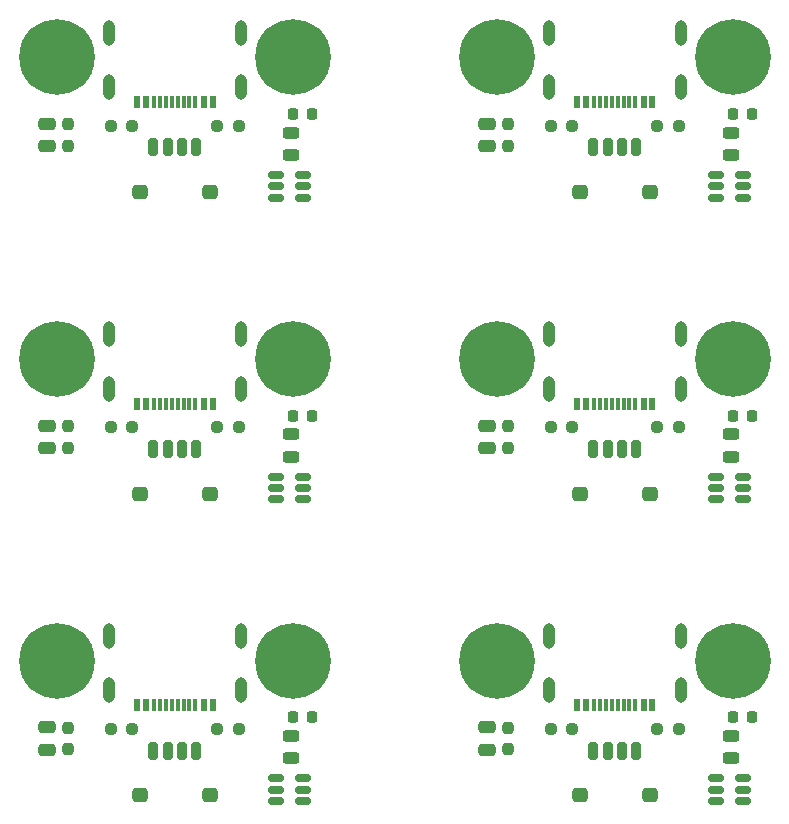
<source format=gbr>
%TF.GenerationSoftware,KiCad,Pcbnew,9.0.5*%
%TF.CreationDate,2025-11-22T18:02:39+08:00*%
%TF.ProjectId,tb2086-usb-c_panelized,74623230-3836-42d7-9573-622d635f7061,rev?*%
%TF.SameCoordinates,Original*%
%TF.FileFunction,Soldermask,Top*%
%TF.FilePolarity,Negative*%
%FSLAX46Y46*%
G04 Gerber Fmt 4.6, Leading zero omitted, Abs format (unit mm)*
G04 Created by KiCad (PCBNEW 9.0.5) date 2025-11-22 18:02:39*
%MOMM*%
%LPD*%
G01*
G04 APERTURE LIST*
G04 Aperture macros list*
%AMRoundRect*
0 Rectangle with rounded corners*
0 $1 Rounding radius*
0 $2 $3 $4 $5 $6 $7 $8 $9 X,Y pos of 4 corners*
0 Add a 4 corners polygon primitive as box body*
4,1,4,$2,$3,$4,$5,$6,$7,$8,$9,$2,$3,0*
0 Add four circle primitives for the rounded corners*
1,1,$1+$1,$2,$3*
1,1,$1+$1,$4,$5*
1,1,$1+$1,$6,$7*
1,1,$1+$1,$8,$9*
0 Add four rect primitives between the rounded corners*
20,1,$1+$1,$2,$3,$4,$5,0*
20,1,$1+$1,$4,$5,$6,$7,0*
20,1,$1+$1,$6,$7,$8,$9,0*
20,1,$1+$1,$8,$9,$2,$3,0*%
G04 Aperture macros list end*
%ADD10RoundRect,0.237500X0.237500X-0.250000X0.237500X0.250000X-0.237500X0.250000X-0.237500X-0.250000X0*%
%ADD11RoundRect,0.150000X-0.512500X-0.150000X0.512500X-0.150000X0.512500X0.150000X-0.512500X0.150000X0*%
%ADD12RoundRect,0.237500X-0.250000X-0.237500X0.250000X-0.237500X0.250000X0.237500X-0.250000X0.237500X0*%
%ADD13C,0.800000*%
%ADD14C,6.400000*%
%ADD15RoundRect,0.225000X0.225000X0.250000X-0.225000X0.250000X-0.225000X-0.250000X0.225000X-0.250000X0*%
%ADD16RoundRect,0.243750X0.456250X-0.243750X0.456250X0.243750X-0.456250X0.243750X-0.456250X-0.243750X0*%
%ADD17RoundRect,0.200000X-0.200000X-0.550000X0.200000X-0.550000X0.200000X0.550000X-0.200000X0.550000X0*%
%ADD18RoundRect,0.312500X-0.337500X-0.312500X0.337500X-0.312500X0.337500X0.312500X-0.337500X0.312500X0*%
%ADD19R,0.558800X1.092200*%
%ADD20R,0.304800X1.092200*%
%ADD21O,1.016000X2.159000*%
%ADD22RoundRect,0.250000X0.475000X-0.250000X0.475000X0.250000X-0.475000X0.250000X-0.475000X-0.250000X0*%
%ADD23RoundRect,0.237500X0.250000X0.237500X-0.250000X0.237500X-0.250000X-0.237500X0.250000X-0.237500X0*%
G04 APERTURE END LIST*
D10*
%TO.C,R1*%
X47825000Y-42372500D03*
X47825000Y-40547500D03*
%TD*%
D11*
%TO.C,U1*%
X28237500Y-44830000D03*
X28237500Y-45780000D03*
X28237500Y-46730000D03*
X30512500Y-46730000D03*
X30512500Y-45780000D03*
X30512500Y-44830000D03*
%TD*%
D12*
%TO.C,R2*%
X23212500Y-15120000D03*
X25037500Y-15120000D03*
%TD*%
D13*
%TO.C,H2*%
X27225000Y-60399900D03*
X27927944Y-58702844D03*
X27927944Y-62096956D03*
X29625000Y-57999900D03*
D14*
X29625000Y-60399900D03*
D13*
X29625000Y-62799900D03*
X31322056Y-58702844D03*
X31322056Y-62096956D03*
X32025000Y-60399900D03*
%TD*%
D15*
%TO.C,C2*%
X31225000Y-14120000D03*
X29675000Y-14120000D03*
%TD*%
D13*
%TO.C,H2*%
X64475000Y-9319900D03*
X65177944Y-7622844D03*
X65177944Y-11016956D03*
X66875000Y-6919900D03*
D14*
X66875000Y-9319900D03*
D13*
X66875000Y-11719900D03*
X68572056Y-7622844D03*
X68572056Y-11016956D03*
X69275000Y-9319900D03*
%TD*%
D12*
%TO.C,R2*%
X23212500Y-66200000D03*
X25037500Y-66200000D03*
%TD*%
%TO.C,R2*%
X60462500Y-40660000D03*
X62287500Y-40660000D03*
%TD*%
D16*
%TO.C,F1*%
X29475000Y-17577500D03*
X29475000Y-15702500D03*
%TD*%
D10*
%TO.C,R1*%
X10575000Y-67912500D03*
X10575000Y-66087500D03*
%TD*%
D16*
%TO.C,F1*%
X66725000Y-17577500D03*
X66725000Y-15702500D03*
%TD*%
%TO.C,F1*%
X29475000Y-43117500D03*
X29475000Y-41242500D03*
%TD*%
D17*
%TO.C,J1*%
X17825000Y-42484900D03*
X19025000Y-42484900D03*
X20225000Y-42484900D03*
X21425000Y-42484900D03*
D18*
X16675000Y-46259900D03*
X22575000Y-46259900D03*
%TD*%
D16*
%TO.C,F1*%
X66725000Y-68657500D03*
X66725000Y-66782500D03*
%TD*%
D13*
%TO.C,H2*%
X27225000Y-9319900D03*
X27927944Y-7622844D03*
X27927944Y-11016956D03*
X29625000Y-6919900D03*
D14*
X29625000Y-9319900D03*
D13*
X29625000Y-11719900D03*
X31322056Y-7622844D03*
X31322056Y-11016956D03*
X32025000Y-9319900D03*
%TD*%
D19*
%TO.C,USB1*%
X60075001Y-64189801D03*
X59325000Y-64189801D03*
D20*
X58125000Y-64189801D03*
X57125000Y-64189801D03*
X56625000Y-64189801D03*
X55625000Y-64189801D03*
D19*
X53674999Y-64189801D03*
X54425000Y-64189801D03*
D20*
X55125001Y-64189801D03*
X56124999Y-64189801D03*
X57625001Y-64189801D03*
X58624999Y-64189801D03*
D21*
X62450000Y-62909800D03*
X62450000Y-58309800D03*
X51300000Y-62909800D03*
X51300000Y-58309800D03*
%TD*%
D22*
%TO.C,C1*%
X8775000Y-16870000D03*
X8775000Y-14970000D03*
%TD*%
D15*
%TO.C,C2*%
X68475000Y-65200000D03*
X66925000Y-65200000D03*
%TD*%
%TO.C,C2*%
X68475000Y-14120000D03*
X66925000Y-14120000D03*
%TD*%
D22*
%TO.C,C1*%
X46025000Y-16870000D03*
X46025000Y-14970000D03*
%TD*%
D19*
%TO.C,USB1*%
X22825001Y-13109801D03*
X22075000Y-13109801D03*
D20*
X20875000Y-13109801D03*
X19875000Y-13109801D03*
X19375000Y-13109801D03*
X18375000Y-13109801D03*
D19*
X16424999Y-13109801D03*
X17175000Y-13109801D03*
D20*
X17875001Y-13109801D03*
X18874999Y-13109801D03*
X20375001Y-13109801D03*
X21374999Y-13109801D03*
D21*
X25200000Y-11829800D03*
X25200000Y-7229800D03*
X14050000Y-11829800D03*
X14050000Y-7229800D03*
%TD*%
D10*
%TO.C,R1*%
X10575000Y-42372500D03*
X10575000Y-40547500D03*
%TD*%
D13*
%TO.C,H2*%
X64475000Y-60399900D03*
X65177944Y-58702844D03*
X65177944Y-62096956D03*
X66875000Y-57999900D03*
D14*
X66875000Y-60399900D03*
D13*
X66875000Y-62799900D03*
X68572056Y-58702844D03*
X68572056Y-62096956D03*
X69275000Y-60399900D03*
%TD*%
D10*
%TO.C,R1*%
X10575000Y-16832500D03*
X10575000Y-15007500D03*
%TD*%
D11*
%TO.C,U1*%
X65487500Y-44830000D03*
X65487500Y-45780000D03*
X65487500Y-46730000D03*
X67762500Y-46730000D03*
X67762500Y-45780000D03*
X67762500Y-44830000D03*
%TD*%
D23*
%TO.C,R3*%
X53287500Y-40660000D03*
X51462500Y-40660000D03*
%TD*%
D17*
%TO.C,J1*%
X55075000Y-42484900D03*
X56275000Y-42484900D03*
X57475000Y-42484900D03*
X58675000Y-42484900D03*
D18*
X53925000Y-46259900D03*
X59825000Y-46259900D03*
%TD*%
D23*
%TO.C,R3*%
X53287500Y-15120000D03*
X51462500Y-15120000D03*
%TD*%
D13*
%TO.C,H1*%
X7225000Y-9319900D03*
X7927944Y-7622844D03*
X7927944Y-11016956D03*
X9625000Y-6919900D03*
D14*
X9625000Y-9319900D03*
D13*
X9625000Y-11719900D03*
X11322056Y-7622844D03*
X11322056Y-11016956D03*
X12025000Y-9319900D03*
%TD*%
D11*
%TO.C,U1*%
X65487500Y-19290000D03*
X65487500Y-20240000D03*
X65487500Y-21190000D03*
X67762500Y-21190000D03*
X67762500Y-20240000D03*
X67762500Y-19290000D03*
%TD*%
D13*
%TO.C,H1*%
X44475000Y-34859900D03*
X45177944Y-33162844D03*
X45177944Y-36556956D03*
X46875000Y-32459900D03*
D14*
X46875000Y-34859900D03*
D13*
X46875000Y-37259900D03*
X48572056Y-33162844D03*
X48572056Y-36556956D03*
X49275000Y-34859900D03*
%TD*%
D11*
%TO.C,U1*%
X28237500Y-70370000D03*
X28237500Y-71320000D03*
X28237500Y-72270000D03*
X30512500Y-72270000D03*
X30512500Y-71320000D03*
X30512500Y-70370000D03*
%TD*%
D10*
%TO.C,R1*%
X47825000Y-16832500D03*
X47825000Y-15007500D03*
%TD*%
D12*
%TO.C,R2*%
X60462500Y-66200000D03*
X62287500Y-66200000D03*
%TD*%
D17*
%TO.C,J1*%
X17825000Y-68024900D03*
X19025000Y-68024900D03*
X20225000Y-68024900D03*
X21425000Y-68024900D03*
D18*
X16675000Y-71799900D03*
X22575000Y-71799900D03*
%TD*%
D17*
%TO.C,J1*%
X17825000Y-16944900D03*
X19025000Y-16944900D03*
X20225000Y-16944900D03*
X21425000Y-16944900D03*
D18*
X16675000Y-20719900D03*
X22575000Y-20719900D03*
%TD*%
D17*
%TO.C,J1*%
X55075000Y-68024900D03*
X56275000Y-68024900D03*
X57475000Y-68024900D03*
X58675000Y-68024900D03*
D18*
X53925000Y-71799900D03*
X59825000Y-71799900D03*
%TD*%
D12*
%TO.C,R2*%
X60462500Y-15120000D03*
X62287500Y-15120000D03*
%TD*%
D23*
%TO.C,R3*%
X16037500Y-40660000D03*
X14212500Y-40660000D03*
%TD*%
D22*
%TO.C,C1*%
X8775000Y-42410000D03*
X8775000Y-40510000D03*
%TD*%
D19*
%TO.C,USB1*%
X60075001Y-38649801D03*
X59325000Y-38649801D03*
D20*
X58125000Y-38649801D03*
X57125000Y-38649801D03*
X56625000Y-38649801D03*
X55625000Y-38649801D03*
D19*
X53674999Y-38649801D03*
X54425000Y-38649801D03*
D20*
X55125001Y-38649801D03*
X56124999Y-38649801D03*
X57625001Y-38649801D03*
X58624999Y-38649801D03*
D21*
X62450000Y-37369800D03*
X62450000Y-32769800D03*
X51300000Y-37369800D03*
X51300000Y-32769800D03*
%TD*%
D15*
%TO.C,C2*%
X31225000Y-65200000D03*
X29675000Y-65200000D03*
%TD*%
D23*
%TO.C,R3*%
X53287500Y-66200000D03*
X51462500Y-66200000D03*
%TD*%
D11*
%TO.C,U1*%
X28237500Y-19290000D03*
X28237500Y-20240000D03*
X28237500Y-21190000D03*
X30512500Y-21190000D03*
X30512500Y-20240000D03*
X30512500Y-19290000D03*
%TD*%
D10*
%TO.C,R1*%
X47825000Y-67912500D03*
X47825000Y-66087500D03*
%TD*%
D13*
%TO.C,H1*%
X7225000Y-34859900D03*
X7927944Y-33162844D03*
X7927944Y-36556956D03*
X9625000Y-32459900D03*
D14*
X9625000Y-34859900D03*
D13*
X9625000Y-37259900D03*
X11322056Y-33162844D03*
X11322056Y-36556956D03*
X12025000Y-34859900D03*
%TD*%
D22*
%TO.C,C1*%
X46025000Y-42410000D03*
X46025000Y-40510000D03*
%TD*%
%TO.C,C1*%
X8775000Y-67950000D03*
X8775000Y-66050000D03*
%TD*%
D17*
%TO.C,J1*%
X55075000Y-16944900D03*
X56275000Y-16944900D03*
X57475000Y-16944900D03*
X58675000Y-16944900D03*
D18*
X53925000Y-20719900D03*
X59825000Y-20719900D03*
%TD*%
D23*
%TO.C,R3*%
X16037500Y-66200000D03*
X14212500Y-66200000D03*
%TD*%
D19*
%TO.C,USB1*%
X22825001Y-64189801D03*
X22075000Y-64189801D03*
D20*
X20875000Y-64189801D03*
X19875000Y-64189801D03*
X19375000Y-64189801D03*
X18375000Y-64189801D03*
D19*
X16424999Y-64189801D03*
X17175000Y-64189801D03*
D20*
X17875001Y-64189801D03*
X18874999Y-64189801D03*
X20375001Y-64189801D03*
X21374999Y-64189801D03*
D21*
X25200000Y-62909800D03*
X25200000Y-58309800D03*
X14050000Y-62909800D03*
X14050000Y-58309800D03*
%TD*%
D13*
%TO.C,H2*%
X27225000Y-34859900D03*
X27927944Y-33162844D03*
X27927944Y-36556956D03*
X29625000Y-32459900D03*
D14*
X29625000Y-34859900D03*
D13*
X29625000Y-37259900D03*
X31322056Y-33162844D03*
X31322056Y-36556956D03*
X32025000Y-34859900D03*
%TD*%
D12*
%TO.C,R2*%
X23212500Y-40660000D03*
X25037500Y-40660000D03*
%TD*%
D22*
%TO.C,C1*%
X46025000Y-67950000D03*
X46025000Y-66050000D03*
%TD*%
D23*
%TO.C,R3*%
X16037500Y-15120000D03*
X14212500Y-15120000D03*
%TD*%
D19*
%TO.C,USB1*%
X22825001Y-38649801D03*
X22075000Y-38649801D03*
D20*
X20875000Y-38649801D03*
X19875000Y-38649801D03*
X19375000Y-38649801D03*
X18375000Y-38649801D03*
D19*
X16424999Y-38649801D03*
X17175000Y-38649801D03*
D20*
X17875001Y-38649801D03*
X18874999Y-38649801D03*
X20375001Y-38649801D03*
X21374999Y-38649801D03*
D21*
X25200000Y-37369800D03*
X25200000Y-32769800D03*
X14050000Y-37369800D03*
X14050000Y-32769800D03*
%TD*%
D13*
%TO.C,H1*%
X44475000Y-60399900D03*
X45177944Y-58702844D03*
X45177944Y-62096956D03*
X46875000Y-57999900D03*
D14*
X46875000Y-60399900D03*
D13*
X46875000Y-62799900D03*
X48572056Y-58702844D03*
X48572056Y-62096956D03*
X49275000Y-60399900D03*
%TD*%
%TO.C,H1*%
X7225000Y-60399900D03*
X7927944Y-58702844D03*
X7927944Y-62096956D03*
X9625000Y-57999900D03*
D14*
X9625000Y-60399900D03*
D13*
X9625000Y-62799900D03*
X11322056Y-58702844D03*
X11322056Y-62096956D03*
X12025000Y-60399900D03*
%TD*%
D15*
%TO.C,C2*%
X68475000Y-39660000D03*
X66925000Y-39660000D03*
%TD*%
D11*
%TO.C,U1*%
X65487500Y-70370000D03*
X65487500Y-71320000D03*
X65487500Y-72270000D03*
X67762500Y-72270000D03*
X67762500Y-71320000D03*
X67762500Y-70370000D03*
%TD*%
D19*
%TO.C,USB1*%
X60075001Y-13109801D03*
X59325000Y-13109801D03*
D20*
X58125000Y-13109801D03*
X57125000Y-13109801D03*
X56625000Y-13109801D03*
X55625000Y-13109801D03*
D19*
X53674999Y-13109801D03*
X54425000Y-13109801D03*
D20*
X55125001Y-13109801D03*
X56124999Y-13109801D03*
X57625001Y-13109801D03*
X58624999Y-13109801D03*
D21*
X62450000Y-11829800D03*
X62450000Y-7229800D03*
X51300000Y-11829800D03*
X51300000Y-7229800D03*
%TD*%
D13*
%TO.C,H1*%
X44475000Y-9319900D03*
X45177944Y-7622844D03*
X45177944Y-11016956D03*
X46875000Y-6919900D03*
D14*
X46875000Y-9319900D03*
D13*
X46875000Y-11719900D03*
X48572056Y-7622844D03*
X48572056Y-11016956D03*
X49275000Y-9319900D03*
%TD*%
D15*
%TO.C,C2*%
X31225000Y-39660000D03*
X29675000Y-39660000D03*
%TD*%
D16*
%TO.C,F1*%
X29475000Y-68657500D03*
X29475000Y-66782500D03*
%TD*%
%TO.C,F1*%
X66725000Y-43117500D03*
X66725000Y-41242500D03*
%TD*%
D13*
%TO.C,H2*%
X64475000Y-34859900D03*
X65177944Y-33162844D03*
X65177944Y-36556956D03*
X66875000Y-32459900D03*
D14*
X66875000Y-34859900D03*
D13*
X66875000Y-37259900D03*
X68572056Y-33162844D03*
X68572056Y-36556956D03*
X69275000Y-34859900D03*
%TD*%
M02*

</source>
